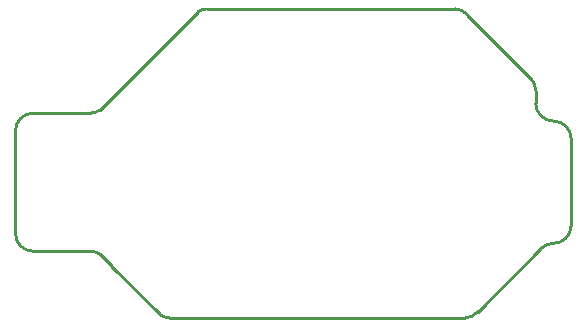
<source format=gbr>
%TF.GenerationSoftware,Altium Limited,Altium Designer,21.6.4 (81)*%
G04 Layer_Color=16711935*
%FSLAX26Y26*%
%MOIN*%
%TF.SameCoordinates,57458678-C278-4CFF-9AA2-19D65F52AC30*%
%TF.FilePolarity,Positive*%
%TF.FileFunction,Other,Mechanical_1*%
%TF.Part,Single*%
G01*
G75*
%TA.AperFunction,NonConductor*%
%ADD42C,0.010000*%
D42*
X1284429Y-445876D02*
G03*
X1323819Y-426181I0J49237D01*
G01*
X1576772Y-197835D02*
G03*
X1535013Y-215131I0J-59055D01*
G01*
X265748Y-436024D02*
G03*
X295276Y-445866I29528J39370D01*
G01*
X-216535Y-165354D02*
G03*
X-157480Y-224409I59055J0D01*
G01*
X64327Y-234440D02*
G03*
X34799Y-224598I-29528J-39370D01*
G01*
X1576772Y-197835D02*
G03*
X1635827Y-138780I0J59055D01*
G01*
X1517717Y268701D02*
G03*
X1576772Y209646I59055J0D01*
G01*
X1517716Y311024D02*
G03*
X1499052Y354106I-59055J0D01*
G01*
X1635827Y150591D02*
G03*
X1576772Y209646I-59055J0D01*
G01*
X422244Y583661D02*
G03*
X392716Y573819I0J-49213D01*
G01*
X1289370Y563976D02*
G03*
X1250000Y583661I-39370J-29528D01*
G01*
X34799Y236409D02*
G03*
X64327Y246251I0J49213D01*
G01*
X-157480Y236220D02*
G03*
X-216535Y177165I0J-59055D01*
G01*
X296260Y-445892D02*
X1283465Y-445876D01*
X1324310Y-425689D02*
X1534719Y-214836D01*
X-216535Y-165354D02*
Y11811D01*
X-157480Y-224409D02*
X34449D01*
X102713Y-272826D02*
X263861Y-433974D01*
X64327Y-234440D02*
X103697Y-273810D01*
X1635827Y-138780D02*
Y38386D01*
X1517716Y268701D02*
X1517816Y311230D01*
X1635827Y-26575D02*
Y150591D01*
X421579Y583687D02*
X1249016D01*
X64327Y246251D02*
X103697Y285622D01*
X102713Y284637D02*
X390337Y572261D01*
X1289721Y563181D02*
X1498301Y354600D01*
X-157480Y236220D02*
X34449D01*
X-216535Y0D02*
Y177165D01*
%TF.MD5,56d25816c32bdeb7a15be85b819e4baa*%
M02*

</source>
